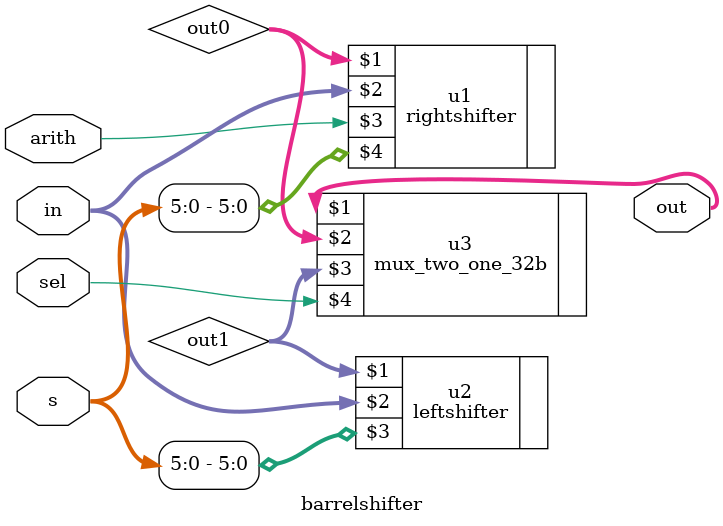
<source format=v>
`timescale 1ns / 1ps

module barrelshifter(
    output [31:0]out,
    input [31:0]in,
    input [31:0]s,
    input arith,
    input sel
    );
    
    wire [31:0]w1,w2,out0,out1;
    
    rightshifter u1(out0,in,arith,s[5:0]);
    leftshifter u2(out1,in,s[5:0]);
    
    
    mux_two_one_32b u3(out,out0,out1,sel);
    
    
endmodule


</source>
